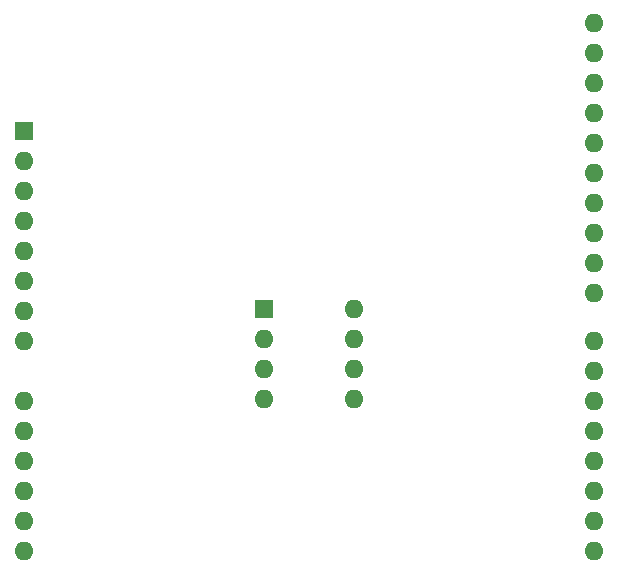
<source format=gbr>
G04 #@! TF.GenerationSoftware,KiCad,Pcbnew,(5.1.5)-3*
G04 #@! TF.CreationDate,2020-02-23T10:36:17-08:00*
G04 #@! TF.ProjectId,ATTiny85,41545469-6e79-4383-952e-6b696361645f,rev?*
G04 #@! TF.SameCoordinates,Original*
G04 #@! TF.FileFunction,Copper,L1,Top*
G04 #@! TF.FilePolarity,Positive*
%FSLAX46Y46*%
G04 Gerber Fmt 4.6, Leading zero omitted, Abs format (unit mm)*
G04 Created by KiCad (PCBNEW (5.1.5)-3) date 2020-02-23 10:36:17*
%MOMM*%
%LPD*%
G04 APERTURE LIST*
%ADD10O,1.600000X1.600000*%
%ADD11R,1.600000X1.600000*%
G04 APERTURE END LIST*
D10*
X198120000Y-141347000D03*
X198120000Y-143887000D03*
X198120000Y-104267000D03*
X149860000Y-143887000D03*
X198120000Y-106807000D03*
X149860000Y-141347000D03*
X198120000Y-109347000D03*
X149860000Y-138807000D03*
X198120000Y-111887000D03*
X149860000Y-136267000D03*
X198120000Y-114427000D03*
X149860000Y-133727000D03*
X198120000Y-116967000D03*
X149860000Y-131187000D03*
X198120000Y-119507000D03*
X149860000Y-126107000D03*
X198120000Y-122047000D03*
X149860000Y-123567000D03*
X198120000Y-126107000D03*
X149860000Y-121027000D03*
X198120000Y-128647000D03*
X149860000Y-118487000D03*
X198120000Y-131187000D03*
X149860000Y-115947000D03*
X198120000Y-133727000D03*
X149860000Y-113407000D03*
X198120000Y-136267000D03*
X149860000Y-110867000D03*
X198120000Y-138807000D03*
D11*
X149860000Y-108327000D03*
D10*
X198120000Y-101727000D03*
X198120000Y-99187000D03*
X177800000Y-123444000D03*
X170180000Y-131064000D03*
X177800000Y-125984000D03*
X170180000Y-128524000D03*
X177800000Y-128524000D03*
X170180000Y-125984000D03*
X177800000Y-131064000D03*
D11*
X170180000Y-123444000D03*
M02*

</source>
